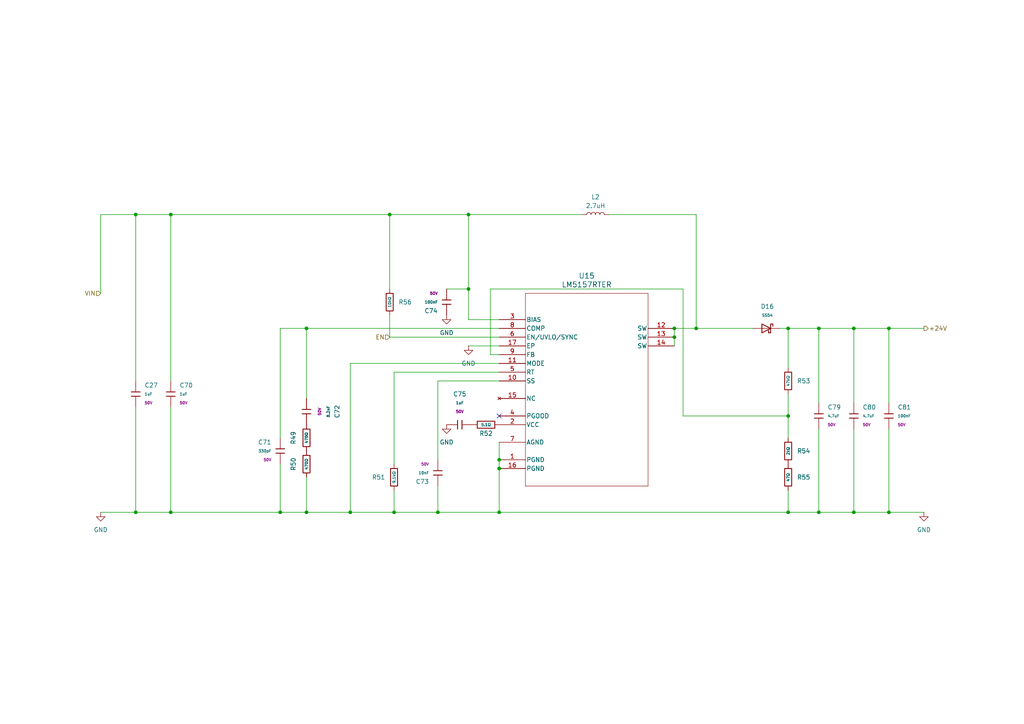
<source format=kicad_sch>
(kicad_sch (version 20250114) (generator "eeschema") (generator_version "9.0")
  (paper "A4")
  (title_block (title "24 Boost") (date "2025-09-11") (rev "1.0.0") (comment 1 "Nathan Liu"))
  (lib_symbols
    (symbol "4in-power:0402,10kΩ" (pin_numbers (hide yes)) (pin_names (offset 0))
      (property "Reference" "R" (at 1.778 0 0))
      (property "Value" "10kΩ" (at 0 0 90))
      (symbol "0402,10kΩ_0_1"
        (rectangle (start -1.016 2.54) (end 1.016 -2.54) (stroke (width 0.254)))
      )
      (symbol "0402,10kΩ_1_1"
        (pin passive line (at 0 3.81 270) (length 1.27) (name "~") (number "1"))
        (pin passive line (at 0 -3.81 90) (length 1.27) (name "~") (number "2"))
      )
    )
    (symbol "Customer:LM5157RTER" (pin_names (offset 0.254))
      (property "Reference" "U" (at 25.4 12.7 0))
      (property "Value" "LM5157RTER" (at 25.4 10.16 0))
      (symbol "LM5157RTER_0_1"
        (polyline (pts (xy 7.62 7.62) (xy 7.62 -48.26)) (stroke (width 0.127)))
        (polyline (pts (xy 7.62 -48.26) (xy 43.18 -48.26)) (stroke (width 0.127)))
        (polyline (pts (xy 43.18 7.62) (xy 7.62 7.62)) (stroke (width 0.127)))
        (polyline (pts (xy 43.18 -48.26) (xy 43.18 7.62)) (stroke (width 0.127)))
        (pin unspecified line (at 0 0 0) (length 7.62) (name "BIAS") (number "3"))
        (pin unspecified line (at 0 -2.54 0) (length 7.62) (name "COMP") (number "8"))
        (pin unspecified line (at 0 -5.08 0) (length 7.62) (name "EN/UVLO/SYNC") (number "6"))
        (pin unspecified line (at 0 -7.62 0) (length 7.62) (name "EP") (number "17"))
        (pin unspecified line (at 0 -10.16 0) (length 7.62) (name "FB") (number "9"))
        (pin unspecified line (at 0 -12.7 0) (length 7.62) (name "MODE") (number "11"))
        (pin unspecified line (at 0 -15.24 0) (length 7.62) (name "RT") (number "5"))
        (pin unspecified line (at 0 -17.78 0) (length 7.62) (name "SS") (number "10"))
        (pin no_connect line (at 0 -22.86 0) (length 7.62) (name "NC") (number "15"))
        (pin power_in line (at 0 -27.94 0) (length 7.62) (name "PGOOD") (number "4"))
        (pin power_in line (at 0 -30.48 0) (length 7.62) (name "VCC") (number "2"))
        (pin power_out line (at 0 -35.56 0) (length 7.62) (name "AGND") (number "7"))
        (pin power_out line (at 0 -40.64 0) (length 7.62) (name "PGND") (number "1"))
        (pin power_out line (at 0 -43.18 0) (length 7.62) (name "PGND") (number "16"))
        (pin unspecified line (at 50.8 -2.54 180) (length 7.62) (name "SW") (number "12"))
        (pin unspecified line (at 50.8 -5.08 180) (length 7.62) (name "SW") (number "13"))
        (pin unspecified line (at 50.8 -7.62 180) (length 7.62) (name "SW") (number "14"))
      )
    )
    (symbol "Device:L" (pin_numbers (hide yes)) (pin_names (offset 1.016) (hide yes))
      (property "Reference" "L" (at -1.27 0 90))
      (property "Value" "L" (at 1.905 0 90))
      (symbol "L_0_1"
        (arc (start 0 2.54) (mid 0.6323 1.905) (end 0 1.27))
        (arc (start 0 1.27) (mid 0.6323 0.635) (end 0 0))
        (arc (start 0 0) (mid 0.6323 -0.635) (end 0 -1.27))
        (arc (start 0 -1.27) (mid 0.6323 -1.905) (end 0 -2.54))
      )
      (symbol "L_1_1"
        (pin passive line (at 0 3.81 270) (length 1.27) (name "1") (number "1"))
        (pin passive line (at 0 -3.81 90) (length 1.27) (name "2") (number "2"))
      )
    )
    (symbol "PCM_JLCPCB-Capacitors:0402,100nF,(2)" (pin_numbers (hide yes)) (pin_names (offset 0))
      (property "Reference" "C" (at 2.032 1.668 0))
      (property "Value" "100nF" (at 2.032 -0.3782 0))
      (property "Voltage Rated" "50V" (at 2.032 -2.0462 0))
      (symbol "0402,100nF,(2)_0_1"
        (polyline (pts (xy -1.27 0.635) (xy 1.27 0.635)) (stroke (width 0.254)))
        (polyline (pts (xy -1.27 -0.635) (xy 1.27 -0.635)) (stroke (width 0.254)))
      )
      (symbol "0402,100nF,(2)_1_1"
        (pin passive line (at 0 3.81 270) (length 3.175) (name "~") (number "1"))
        (pin passive line (at 0 -3.81 90) (length 3.175) (name "~") (number "2"))
      )
    )
    (symbol "PCM_JLCPCB-Capacitors:0402,10nF" (pin_numbers (hide yes)) (pin_names (offset 0))
      (property "Reference" "C" (at 2.032 1.668 0))
      (property "Value" "10nF" (at 2.032 -0.3782 0))
      (property "Voltage Rated" "50V" (at 2.032 -2.0462 0))
      (symbol "0402,10nF_0_1"
        (polyline (pts (xy -1.27 0.635) (xy 1.27 0.635)) (stroke (width 0.254)))
        (polyline (pts (xy -1.27 -0.635) (xy 1.27 -0.635)) (stroke (width 0.254)))
      )
      (symbol "0402,10nF_1_1"
        (pin passive line (at 0 3.81 270) (length 3.175) (name "~") (number "1"))
        (pin passive line (at 0 -3.81 90) (length 3.175) (name "~") (number "2"))
      )
    )
    (symbol "PCM_JLCPCB-Capacitors:0603,1uF" (pin_numbers (hide yes)) (pin_names (offset 0))
      (property "Reference" "C" (at 2.032 1.668 0))
      (property "Value" "1uF" (at 2.032 -0.3782 0))
      (property "Voltage Rated" "50V" (at 2.032 -2.0462 0))
      (symbol "0603,1uF_0_1"
        (polyline (pts (xy -1.27 0.635) (xy 1.27 0.635)) (stroke (width 0.254)))
        (polyline (pts (xy -1.27 -0.635) (xy 1.27 -0.635)) (stroke (width 0.254)))
      )
      (symbol "0603,1uF_1_1"
        (pin passive line (at 0 3.81 270) (length 3.175) (name "~") (number "1"))
        (pin passive line (at 0 -3.81 90) (length 3.175) (name "~") (number "2"))
      )
    )
    (symbol "PCM_JLCPCB-Capacitors:0603,330pF" (pin_numbers (hide yes)) (pin_names (offset 0))
      (property "Reference" "C" (at 2.032 1.668 0))
      (property "Value" "330pF" (at 2.032 -0.3782 0))
      (property "Voltage Rated" "50V" (at 2.032 -2.0462 0))
      (symbol "0603,330pF_0_1"
        (polyline (pts (xy -1.27 0.635) (xy 1.27 0.635)) (stroke (width 0.254)))
        (polyline (pts (xy -1.27 -0.635) (xy 1.27 -0.635)) (stroke (width 0.254)))
      )
      (symbol "0603,330pF_1_1"
        (pin passive line (at 0 3.81 270) (length 3.175) (name "~") (number "1"))
        (pin passive line (at 0 -3.81 90) (length 3.175) (name "~") (number "2"))
      )
    )
    (symbol "PCM_JLCPCB-Capacitors:0603,8.2nF" (pin_numbers (hide yes)) (pin_names (offset 0))
      (property "Reference" "C" (at 2.032 1.668 0))
      (property "Value" "8.2nF" (at 2.032 -0.3782 0))
      (property "Voltage Rated" "50V" (at 2.032 -2.0462 0))
      (symbol "0603,8.2nF_0_1"
        (polyline (pts (xy -1.27 0.635) (xy 1.27 0.635)) (stroke (width 0.254)))
        (polyline (pts (xy -1.27 -0.635) (xy 1.27 -0.635)) (stroke (width 0.254)))
      )
      (symbol "0603,8.2nF_1_1"
        (pin passive line (at 0 3.81 270) (length 3.175) (name "~") (number "1"))
        (pin passive line (at 0 -3.81 90) (length 3.175) (name "~") (number "2"))
      )
    )
    (symbol "PCM_JLCPCB-Capacitors:0805,1uF" (pin_numbers (hide yes)) (pin_names (offset 0))
      (property "Reference" "C" (at 2.032 1.668 0))
      (property "Value" "1uF" (at 2.032 -0.3782 0))
      (property "Voltage Rated" "50V" (at 2.032 -2.0462 0))
      (symbol "0805,1uF_0_1"
        (polyline (pts (xy -1.27 0.635) (xy 1.27 0.635)) (stroke (width 0.254)))
        (polyline (pts (xy -1.27 -0.635) (xy 1.27 -0.635)) (stroke (width 0.254)))
      )
      (symbol "0805,1uF_1_1"
        (pin passive line (at 0 3.81 270) (length 3.175) (name "~") (number "1"))
        (pin passive line (at 0 -3.81 90) (length 3.175) (name "~") (number "2"))
      )
    )
    (symbol "PCM_JLCPCB-Capacitors:1206,4.7uF" (pin_numbers (hide yes)) (pin_names (offset 0))
      (property "Reference" "C" (at 2.032 1.668 0))
      (property "Value" "4.7uF" (at 2.032 -0.3782 0))
      (property "Voltage Rated" "50V" (at 2.032 -2.0462 0))
      (symbol "1206,4.7uF_0_1"
        (polyline (pts (xy -1.27 0.635) (xy 1.27 0.635)) (stroke (width 0.254)))
        (polyline (pts (xy -1.27 -0.635) (xy 1.27 -0.635)) (stroke (width 0.254)))
      )
      (symbol "1206,4.7uF_1_1"
        (pin passive line (at 0 3.81 270) (length 3.175) (name "~") (number "1"))
        (pin passive line (at 0 -3.81 90) (length 3.175) (name "~") (number "2"))
      )
    )
    (symbol "PCM_JLCPCB-Diodes:Schottky,SS54" (pin_numbers (hide yes)) (pin_names (offset 0))
      (property "Reference" "D" (at 2.032 0.834 0))
      (property "Value" "SS54" (at 2.032 -1.2122 0))
      (symbol "Schottky,SS54_0_1"
        (polyline (pts (xy -1.27 1.27) (xy 0 -1.27) (xy 1.27 1.27) (xy -1.27 1.27)) (stroke (width 0.254)))
        (polyline (pts (xy 0.635 -1.905) (xy 1.27 -1.905) (xy 1.27 -1.27) (xy -1.27 -1.27) (xy -1.27 -0.635) (xy -0.635 -0.635)) (stroke (width 0.254)))
      )
      (symbol "Schottky,SS54_1_1"
        (pin passive line (at 0 3.81 270) (length 3.81) (name "~") (number "2"))
        (pin passive line (at 0 -3.81 90) (length 3.81) (name "~") (number "1"))
      )
    )
    (symbol "PCM_JLCPCB-Resistors:0402,2kΩ" (pin_numbers (hide yes)) (pin_names (offset 0))
      (property "Reference" "R" (at 1.778 0 0))
      (property "Value" "2kΩ" (at 0 0 90))
      (symbol "0402,2kΩ_0_1"
        (rectangle (start -1.016 2.54) (end 1.016 -2.54) (stroke (width 0.254)))
      )
      (symbol "0402,2kΩ_1_1"
        (pin passive line (at 0 3.81 270) (length 1.27) (name "~") (number "1"))
        (pin passive line (at 0 -3.81 90) (length 1.27) (name "~") (number "2"))
      )
    )
    (symbol "PCM_JLCPCB-Resistors:0402,47kΩ" (pin_numbers (hide yes)) (pin_names (offset 0))
      (property "Reference" "R" (at 1.778 0 0))
      (property "Value" "47kΩ" (at 0 0 90))
      (symbol "0402,47kΩ_0_1"
        (rectangle (start -1.016 2.54) (end 1.016 -2.54) (stroke (width 0.254)))
      )
      (symbol "0402,47kΩ_1_1"
        (pin passive line (at 0 3.81 270) (length 1.27) (name "~") (number "1"))
        (pin passive line (at 0 -3.81 90) (length 1.27) (name "~") (number "2"))
      )
    )
    (symbol "PCM_JLCPCB-Resistors:0402,47Ω" (pin_numbers (hide yes)) (pin_names (offset 0))
      (property "Reference" "R" (at 1.778 0 0))
      (property "Value" "47Ω" (at 0 0 90))
      (symbol "0402,47Ω_0_1"
        (rectangle (start -1.016 2.54) (end 1.016 -2.54) (stroke (width 0.254)))
      )
      (symbol "0402,47Ω_1_1"
        (pin passive line (at 0 3.81 270) (length 1.27) (name "~") (number "1"))
        (pin passive line (at 0 -3.81 90) (length 1.27) (name "~") (number "2"))
      )
    )
    (symbol "PCM_JLCPCB-Resistors:0603,470Ω" (pin_numbers (hide yes)) (pin_names (offset 0))
      (property "Reference" "R" (at 1.778 0 0))
      (property "Value" "470Ω" (at 0 0 90))
      (symbol "0603,470Ω_0_1"
        (rectangle (start -1.016 2.54) (end 1.016 -2.54) (stroke (width 0.254)))
      )
      (symbol "0603,470Ω_1_1"
        (pin passive line (at 0 3.81 270) (length 1.27) (name "~") (number "1"))
        (pin passive line (at 0 -3.81 90) (length 1.27) (name "~") (number "2"))
      )
    )
    (symbol "PCM_JLCPCB-Resistors:0603,5.1Ω" (pin_numbers (hide yes)) (pin_names (offset 0))
      (property "Reference" "R" (at 1.778 0 0))
      (property "Value" "5.1Ω" (at 0 0 90))
      (symbol "0603,5.1Ω_0_1"
        (rectangle (start -1.016 2.54) (end 1.016 -2.54) (stroke (width 0.254)))
      )
      (symbol "0603,5.1Ω_1_1"
        (pin passive line (at 0 3.81 270) (length 1.27) (name "~") (number "1"))
        (pin passive line (at 0 -3.81 90) (length 1.27) (name "~") (number "2"))
      )
    )
    (symbol "PCM_JLCPCB-Resistors:0603,9.1kΩ" (pin_numbers (hide yes)) (pin_names (offset 0))
      (property "Reference" "R" (at 1.778 0 0))
      (property "Value" "9.1kΩ" (at 0 0 90))
      (symbol "0603,9.1kΩ_0_1"
        (rectangle (start -1.016 2.54) (end 1.016 -2.54) (stroke (width 0.254)))
      )
      (symbol "0603,9.1kΩ_1_1"
        (pin passive line (at 0 3.81 270) (length 1.27) (name "~") (number "1"))
        (pin passive line (at 0 -3.81 90) (length 1.27) (name "~") (number "2"))
      )
    )
    (symbol "power:GND" (power) (pin_numbers (hide yes)) (pin_names (offset 0) (hide yes))
      (property "Value" "GND" (at 0 -3.81 0))
      (symbol "GND_0_1"
        (polyline (pts (xy 0 0) (xy 0 -1.27) (xy 1.27 -1.27) (xy 0 -2.54) (xy -1.27 -1.27) (xy 0 -1.27)))
      )
      (symbol "GND_1_1"
        (pin power_in line (at 0 0 270) (length 0) (name "~") (number "1"))
      )
    )
  )
  (junction (at 228.6 120.65))
  (junction (at 135.89 62.23))
  (junction (at 113.03 62.23))
  (junction (at 39.37 148.59))
  (junction (at 135.89 83.82))
  (junction (at 257.81 148.59))
  (junction (at 144.78 148.59))
  (junction (at 49.53 62.23))
  (junction (at 228.6 95.25))
  (junction (at 88.9 95.25))
  (junction (at 88.9 148.59))
  (junction (at 257.81 95.25))
  (junction (at 144.78 133.35))
  (junction (at 127 148.59))
  (junction (at 144.78 135.89))
  (junction (at 101.6 148.59))
  (junction (at 49.53 148.59))
  (junction (at 39.37 62.23))
  (junction (at 228.6 148.59))
  (junction (at 247.65 95.25))
  (junction (at 247.65 148.59))
  (junction (at 195.58 95.25))
  (junction (at 81.28 148.59))
  (junction (at 114.3 148.59))
  (junction (at 201.93 95.25))
  (junction (at 237.49 148.59))
  (junction (at 195.58 97.79))
  (junction (at 237.49 95.25))
  (no_connect (at 144.78 120.65))
  (wire (pts (xy 228.6 120.65) (xy 228.6 127)))
  (wire (pts (xy 127 148.59) (xy 144.78 148.59)))
  (wire (pts (xy 247.65 95.25) (xy 247.65 116.84)))
  (wire (pts (xy 135.89 92.71) (xy 144.78 92.71)))
  (wire (pts (xy 247.65 148.59) (xy 237.49 148.59)))
  (wire (pts (xy 198.12 120.65) (xy 228.6 120.65)))
  (wire (pts (xy 198.12 83.82) (xy 198.12 120.65)))
  (wire (pts (xy 101.6 148.59) (xy 114.3 148.59)))
  (wire (pts (xy 49.53 62.23) (xy 113.03 62.23)))
  (wire (pts (xy 113.03 62.23) (xy 135.89 62.23)))
  (wire (pts (xy 39.37 62.23) (xy 49.53 62.23)))
  (wire (pts (xy 114.3 107.95) (xy 114.3 134.62)))
  (wire (pts (xy 237.49 95.25) (xy 247.65 95.25)))
  (wire (pts (xy 135.89 62.23) (xy 168.91 62.23)))
  (wire (pts (xy 88.9 115.57) (xy 88.9 95.25)))
  (wire (pts (xy 257.81 148.59) (xy 247.65 148.59)))
  (wire (pts (xy 114.3 148.59) (xy 127 148.59)))
  (wire (pts (xy 228.6 95.25) (xy 228.6 106.68)))
  (wire (pts (xy 81.28 134.62) (xy 81.28 148.59)))
  (wire (pts (xy 201.93 95.25) (xy 218.44 95.25)))
  (wire (pts (xy 49.53 148.59) (xy 81.28 148.59)))
  (wire (pts (xy 81.28 148.59) (xy 88.9 148.59)))
  (wire (pts (xy 142.24 102.87) (xy 142.24 83.82)))
  (wire (pts (xy 228.6 114.3) (xy 228.6 120.65)))
  (wire (pts (xy 135.89 100.33) (xy 144.78 100.33)))
  (wire (pts (xy 49.53 62.23) (xy 49.53 110.49)))
  (wire (pts (xy 29.21 148.59) (xy 39.37 148.59)))
  (wire (pts (xy 88.9 148.59) (xy 101.6 148.59)))
  (wire (pts (xy 129.54 83.82) (xy 135.89 83.82)))
  (wire (pts (xy 127 133.35) (xy 127 110.49)))
  (wire (pts (xy 257.81 95.25) (xy 267.97 95.25)))
  (wire (pts (xy 113.03 62.23) (xy 113.03 83.82)))
  (wire (pts (xy 228.6 95.25) (xy 237.49 95.25)))
  (wire (pts (xy 195.58 95.25) (xy 201.93 95.25)))
  (wire (pts (xy 39.37 118.11) (xy 39.37 148.59)))
  (wire (pts (xy 195.58 95.25) (xy 195.58 97.79)))
  (wire (pts (xy 237.49 124.46) (xy 237.49 148.59)))
  (wire (pts (xy 201.93 62.23) (xy 201.93 95.25)))
  (wire (pts (xy 88.9 138.43) (xy 88.9 148.59)))
  (wire (pts (xy 144.78 133.35) (xy 144.78 135.89)))
  (wire (pts (xy 144.78 148.59) (xy 144.78 135.89)))
  (wire (pts (xy 39.37 62.23) (xy 39.37 110.49)))
  (wire (pts (xy 113.03 97.79) (xy 113.03 91.44)))
  (wire (pts (xy 195.58 97.79) (xy 195.58 100.33)))
  (wire (pts (xy 228.6 148.59) (xy 144.78 148.59)))
  (wire (pts (xy 257.81 148.59) (xy 267.97 148.59)))
  (wire (pts (xy 257.81 95.25) (xy 257.81 116.84)))
  (wire (pts (xy 127 140.97) (xy 127 148.59)))
  (wire (pts (xy 29.21 85.09) (xy 29.21 62.23)))
  (wire (pts (xy 237.49 148.59) (xy 228.6 148.59)))
  (wire (pts (xy 257.81 124.46) (xy 257.81 148.59)))
  (wire (pts (xy 176.53 62.23) (xy 201.93 62.23)))
  (wire (pts (xy 135.89 83.82) (xy 135.89 92.71)))
  (wire (pts (xy 226.06 95.25) (xy 228.6 95.25)))
  (wire (pts (xy 127 110.49) (xy 144.78 110.49)))
  (wire (pts (xy 88.9 95.25) (xy 144.78 95.25)))
  (wire (pts (xy 144.78 107.95) (xy 114.3 107.95)))
  (wire (pts (xy 101.6 105.41) (xy 101.6 148.59)))
  (wire (pts (xy 144.78 102.87) (xy 142.24 102.87)))
  (wire (pts (xy 81.28 127) (xy 81.28 95.25)))
  (wire (pts (xy 113.03 97.79) (xy 144.78 97.79)))
  (wire (pts (xy 247.65 95.25) (xy 257.81 95.25)))
  (wire (pts (xy 247.65 124.46) (xy 247.65 148.59)))
  (wire (pts (xy 39.37 148.59) (xy 49.53 148.59)))
  (wire (pts (xy 228.6 142.24) (xy 228.6 148.59)))
  (wire (pts (xy 144.78 105.41) (xy 101.6 105.41)))
  (wire (pts (xy 114.3 142.24) (xy 114.3 148.59)))
  (wire (pts (xy 237.49 95.25) (xy 237.49 116.84)))
  (wire (pts (xy 49.53 118.11) (xy 49.53 148.59)))
  (wire (pts (xy 81.28 95.25) (xy 88.9 95.25)))
  (wire (pts (xy 144.78 128.27) (xy 144.78 133.35)))
  (wire (pts (xy 142.24 83.82) (xy 198.12 83.82)))
  (wire (pts (xy 29.21 62.23) (xy 39.37 62.23)))
  (wire (pts (xy 135.89 62.23) (xy 135.89 83.82)))
  (hierarchical_label "+24V" (shape output) (at 267.97 95.25 0))
  (hierarchical_label "EN" (shape input) (at 113.03 97.79 180))
  (hierarchical_label "VIN" (shape input) (at 29.21 85.09 180))
  (symbol (lib_id "PCM_JLCPCB-Resistors:0603,9.1kΩ") (at 114.3 138.43 0) (unit 1)
    (property "Reference" "R51" (at 111.76 138.4299 0) (effects (justify right)))
    (property "Value" "9.1kΩ" (at 114.3 138.43 90) (effects (font (size 0.8 0.8))))
    (property "Footprint" "PCM_JLCPCB:R_0603" (effects (hide yes)))
    (property "Datasheet" "https://www.lcsc.com/datasheet/lcsc_datasheet_2206010100_UNI-ROYAL-Uniroyal-Elec-0603WAF9101T5E_C23260.pdf" (effects (hide yes)))
    (property "Description" "100mW Thick Film Resistors 75V ±100ppm/°C ±1% 9.1kΩ 0603 Chip Resistor - Surface Mount ROHS" (effects (hide yes)))
    (property "LCSC" "C23260" (effects (hide yes)))
    (property "Stock" "391306" (effects (hide yes)))
    (property "Price" "0.004USD" (effects (hide yes)))
    (property "Process" "SMT" (effects (hide yes)))
    (property "Minimum Qty" "20" (effects (hide yes)))
    (property "Attrition Qty" "10" (effects (hide yes)))
    (property "Class" "Basic Component" (effects (hide yes)))
    (property "Category" "Resistors,Chip Resistor - Surface Mount" (effects (hide yes)))
    (property "Manufacturer" "UNI-ROYAL(Uniroyal Elec)" (effects (hide yes)))
    (property "Part" "0603WAF9101T5E" (effects (hide yes)))
    (property "Resistance" "9.1kΩ" (effects (hide yes)))
    (property "Power(Watts)" "100mW" (effects (hide yes)))
    (property "Type" "Thick Film Resistors" (effects (hide yes)))
    (property "Overload Voltage (Max)" "75V" (effects (hide yes)))
    (property "Operating Temperature Range" "-55°C~+155°C" (effects (hide yes)))
    (property "Tolerance" "±1%" (effects (hide yes)))
    (property "Temperature Coefficient" "±100ppm/°C" (effects (hide yes)))
  )
  (symbol (lib_id "power:GND") (at 129.54 91.44 0) (unit 1)
    (property "Reference" "#PWR095" (effects (hide yes)))
    (property "Value" "GND" (at 129.54 96.52 0))
    (property "Description" "Power symbol creates a global label with name \"GND\" , ground" (effects (hide yes)))
  )
  (symbol (lib_id "PCM_JLCPCB-Capacitors:0603,8.2nF") (at 88.9 119.38 0) (unit 1)
    (property "Reference" "C72" (at 97.79 119.38 90))
    (property "Value" "8.2nF" (at 95.25 119.38 90) (effects (font (size 0.8 0.8))))
    (property "Footprint" "PCM_JLCPCB:C_0603" (effects (hide yes)))
    (property "Datasheet" "https://wmsc.lcsc.com/wmsc/upload/file/pdf/v2/lcsc/2304140030_FH--Guangdong-Fenghua-Advanced-Tech-0603B822K500NT_C1322360.pdf" (effects (hide yes)))
    (property "Description" "50V 8.2nF X7R ±10% 0603 Multilayer Ceramic Capacitors MLCC - SMD/SMT ROHS" (effects (hide yes)))
    (property "LCSC" "C1322360" (effects (hide yes)))
    (property "Stock" "27606" (effects (hide yes)))
    (property "Price" "0.006USD" (effects (hide yes)))
    (property "Process" "SMT" (effects (hide yes)))
    (property "Minimum Qty" "20" (effects (hide yes)))
    (property "Attrition Qty" "12" (effects (hide yes)))
    (property "Class" "Basic Component" (effects (hide yes)))
    (property "Category" "Capacitors,Multilayer Ceramic Capacitors MLCC - SMD/SMT" (effects (hide yes)))
    (property "Manufacturer" "FH(Guangdong Fenghua Advanced Tech)" (effects (hide yes)))
    (property "Part" "0603B822K500NT" (effects (hide yes)))
    (property "Voltage Rated" "50V" (at 92.71 119.38 90) (effects (font (size 0.8 0.8))))
    (property "Tolerance" "±10%" (effects (hide yes)))
    (property "Capacitance" "8.2nF" (effects (hide yes)))
    (property "Temperature Coefficient" "X7R" (effects (hide yes)))
  )
  (symbol (lib_id "PCM_JLCPCB-Resistors:0402,2kΩ") (at 228.6 130.81 0) (unit 1)
    (property "Reference" "R54" (at 231.14 130.8099 0) (effects (justify left)))
    (property "Value" "2kΩ" (at 228.6 130.81 90) (effects (font (size 0.8 0.8))))
    (property "Footprint" "PCM_JLCPCB:R_0402" (effects (hide yes)))
    (property "Datasheet" "https://www.lcsc.com/datasheet/lcsc_datasheet_2206010230_UNI-ROYAL-Uniroyal-Elec-0402WGF2001TCE_C4109.pdf" (effects (hide yes)))
    (property "Description" "62.5mW Thick Film Resistors 50V ±100ppm/°C ±1% 2kΩ 0402 Chip Resistor - Surface Mount ROHS" (effects (hide yes)))
    (property "LCSC" "C4109" (effects (hide yes)))
    (property "Stock" "1980337" (effects (hide yes)))
    (property "Price" "0.004USD" (effects (hide yes)))
    (property "Process" "SMT" (effects (hide yes)))
    (property "Minimum Qty" "20" (effects (hide yes)))
    (property "Attrition Qty" "10" (effects (hide yes)))
    (property "Class" "Basic Component" (effects (hide yes)))
    (property "Category" "Resistors,Chip Resistor - Surface Mount" (effects (hide yes)))
    (property "Manufacturer" "UNI-ROYAL(Uniroyal Elec)" (effects (hide yes)))
    (property "Part" "0402WGF2001TCE" (effects (hide yes)))
    (property "Resistance" "2kΩ" (effects (hide yes)))
    (property "Power(Watts)" "62.5mW" (effects (hide yes)))
    (property "Type" "Thick Film Resistors" (effects (hide yes)))
    (property "Overload Voltage (Max)" "50V" (effects (hide yes)))
    (property "Operating Temperature Range" "-55°C~+155°C" (effects (hide yes)))
    (property "Tolerance" "±1%" (effects (hide yes)))
    (property "Temperature Coefficient" "±100ppm/°C" (effects (hide yes)))
  )
  (symbol (lib_id "PCM_JLCPCB-Capacitors:1206,4.7uF") (at 247.65 120.65 0) (unit 1)
    (property "Reference" "C80" (at 250.19 118.1099 0) (effects (justify left)))
    (property "Value" "4.7uF" (at 250.19 120.65 0) (effects (font (size 0.8 0.8)) (justify left)))
    (property "Footprint" "PCM_JLCPCB:C_1206" (effects (hide yes)))
    (property "Datasheet" "https://www.lcsc.com/datasheet/lcsc_datasheet_2304140030_FH--Guangdong-Fenghua-Advanced-Tech-1206B475K500NT_C29823.pdf" (effects (hide yes)))
    (property "Description" "50V 4.7uF X7R ±10% 1206 Multilayer Ceramic Capacitors MLCC - SMD/SMT ROHS" (effects (hide yes)))
    (property "LCSC" "C29823" (effects (hide yes)))
    (property "Stock" "727299" (effects (hide yes)))
    (property "Price" "0.035USD" (effects (hide yes)))
    (property "Process" "SMT" (effects (hide yes)))
    (property "Minimum Qty" "5" (effects (hide yes)))
    (property "Attrition Qty" "8" (effects (hide yes)))
    (property "Class" "Basic Component" (effects (hide yes)))
    (property "Category" "Capacitors,Multilayer Ceramic Capacitors MLCC - SMD/SMT" (effects (hide yes)))
    (property "Manufacturer" "FH(Guangdong Fenghua Advanced Tech)" (effects (hide yes)))
    (property "Part" "1206B475K500NT" (effects (hide yes)))
    (property "Voltage Rated" "50V" (at 250.19 123.19 0) (effects (font (size 0.8 0.8)) (justify left)))
    (property "Tolerance" "±10%" (effects (hide yes)))
    (property "Capacitance" "4.7uF" (effects (hide yes)))
    (property "Temperature Coefficient" "X7R" (effects (hide yes)))
  )
  (symbol (lib_id "PCM_JLCPCB-Diodes:Schottky,SS54") (at 222.25 95.25 90) (unit 1)
    (property "Reference" "D16" (at 222.5675 88.9 90))
    (property "Value" "SS54" (at 222.5675 91.44 90) (effects (font (size 0.8 0.8))))
    (property "Footprint" "PCM_JLCPCB:D_SMA" (effects (hide yes)))
    (property "Datasheet" "https://www.lcsc.com/datasheet/lcsc_datasheet_2407101107_MDD-Microdiode-Semiconductor-SS54_C22452.pdf" (effects (hide yes)))
    (property "Description" "40V Independent Type 550mV@5A 5A SMA(DO-214AC) Schottky Diodes ROHS" (effects (hide yes)))
    (property "LCSC" "C22452" (effects (hide yes)))
    (property "Stock" "710485" (effects (hide yes)))
    (property "Price" "0.044USD" (effects (hide yes)))
    (property "Process" "SMT" (effects (hide yes)))
    (property "Minimum Qty" "5" (effects (hide yes)))
    (property "Attrition Qty" "4" (effects (hide yes)))
    (property "Class" "Basic Component" (effects (hide yes)))
    (property "Category" "Diodes,Schottky Barrier Diodes (SBD)" (effects (hide yes)))
    (property "Manufacturer" "MDD（Microdiode Electronics）" (effects (hide yes)))
    (property "Part" "SS54" (effects (hide yes)))
    (property "Rectified Current" "5A" (effects (hide yes)))
    (property "Forward Voltage (Vf@If)" "550mV@5A" (effects (hide yes)))
    (property "Reverse Voltage (Vr)" "40V" (effects (hide yes)))
    (property "Diode Configuration" "Independent Type" (effects (hide yes)))
    (property "Reverse Leakage Current (Ir)" "1mA@40V" (effects (hide yes)))
  )
  (symbol (lib_id "power:GND") (at 29.21 148.59 0) (unit 1)
    (property "Reference" "#PWR024" (effects (hide yes)))
    (property "Value" "GND" (at 29.21 153.67 0))
    (property "Description" "Power symbol creates a global label with name \"GND\" , ground" (effects (hide yes)))
  )
  (symbol (lib_id "PCM_JLCPCB-Resistors:0402,47kΩ") (at 228.6 110.49 0) (unit 1)
    (property "Reference" "R53" (at 231.14 110.4899 0) (effects (justify left)))
    (property "Value" "47kΩ" (at 228.6 110.49 90) (effects (font (size 0.8 0.8))))
    (property "Footprint" "PCM_JLCPCB:R_0402" (effects (hide yes)))
    (property "Datasheet" "https://www.lcsc.com/datasheet/lcsc_datasheet_2206010100_UNI-ROYAL-Uniroyal-Elec-0402WGF4702TCE_C25792.pdf" (effects (hide yes)))
    (property "Description" "62.5mW Thick Film Resistors 50V ±100ppm/°C ±1% 47kΩ 0402 Chip Resistor - Surface Mount ROHS" (effects (hide yes)))
    (property "LCSC" "C25792" (effects (hide yes)))
    (property "Stock" "1792808" (effects (hide yes)))
    (property "Price" "0.004USD" (effects (hide yes)))
    (property "Process" "SMT" (effects (hide yes)))
    (property "Minimum Qty" "20" (effects (hide yes)))
    (property "Attrition Qty" "10" (effects (hide yes)))
    (property "Class" "Basic Component" (effects (hide yes)))
    (property "Category" "Resistors,Chip Resistor - Surface Mount" (effects (hide yes)))
    (property "Manufacturer" "UNI-ROYAL(Uniroyal Elec)" (effects (hide yes)))
    (property "Part" "0402WGF4702TCE" (effects (hide yes)))
    (property "Resistance" "47kΩ" (effects (hide yes)))
    (property "Power(Watts)" "62.5mW" (effects (hide yes)))
    (property "Type" "Thick Film Resistors" (effects (hide yes)))
    (property "Overload Voltage (Max)" "50V" (effects (hide yes)))
    (property "Operating Temperature Range" "-55°C~+155°C" (effects (hide yes)))
    (property "Tolerance" "±1%" (effects (hide yes)))
    (property "Temperature Coefficient" "±100ppm/°C" (effects (hide yes)))
  )
  (symbol (lib_id "PCM_JLCPCB-Capacitors:0603,1uF") (at 133.35 123.19 270) (mirror x) (unit 1)
    (property "Reference" "C75" (at 133.35 114.3 90))
    (property "Value" "1uF" (at 133.35 116.84 90) (effects (font (size 0.8 0.8))))
    (property "Footprint" "PCM_JLCPCB:C_0603" (effects (hide yes)))
    (property "Datasheet" "https://www.lcsc.com/datasheet/lcsc_datasheet_2304140030_Samsung-Electro-Mechanics-CL10A105KB8NNNC_C15849.pdf" (effects (hide yes)))
    (property "Description" "50V 1uF X5R ±10% 0603 Multilayer Ceramic Capacitors MLCC - SMD/SMT ROHS" (effects (hide yes)))
    (property "LCSC" "C15849" (effects (hide yes)))
    (property "Stock" "11535980" (effects (hide yes)))
    (property "Price" "0.008USD" (effects (hide yes)))
    (property "Process" "SMT" (effects (hide yes)))
    (property "Minimum Qty" "20" (effects (hide yes)))
    (property "Attrition Qty" "10" (effects (hide yes)))
    (property "Class" "Basic Component" (effects (hide yes)))
    (property "Category" "Capacitors,Multilayer Ceramic Capacitors MLCC - SMD/SMT" (effects (hide yes)))
    (property "Manufacturer" "Samsung Electro-Mechanics" (effects (hide yes)))
    (property "Part" "CL10A105KB8NNNC" (effects (hide yes)))
    (property "Voltage Rated" "50V" (at 133.35 119.38 90) (effects (font (size 0.8 0.8))))
    (property "Tolerance" "±10%" (effects (hide yes)))
    (property "Capacitance" "1uF" (effects (hide yes)))
    (property "Temperature Coefficient" "X5R" (effects (hide yes)))
  )
  (symbol (lib_id "PCM_JLCPCB-Capacitors:0402,100nF,(2)") (at 257.81 120.65 0) (unit 1)
    (property "Reference" "C81" (at 260.35 118.1099 0) (effects (justify left)))
    (property "Value" "100nF" (at 260.35 120.65 0) (effects (font (size 0.8 0.8)) (justify left)))
    (property "Footprint" "PCM_JLCPCB:C_0402" (effects (hide yes)))
    (property "Datasheet" "https://www.lcsc.com/datasheet/lcsc_datasheet_2304140030_Samsung-Electro-Mechanics-CL05B104KB54PNC_C307331.pdf" (effects (hide yes)))
    (property "Description" "50V 100nF X7R ±10% 0402 Multilayer Ceramic Capacitors MLCC - SMD/SMT ROHS" (effects (hide yes)))
    (property "LCSC" "C307331" (effects (hide yes)))
    (property "Stock" "8389599" (effects (hide yes)))
    (property "Price" "0.008USD" (effects (hide yes)))
    (property "Process" "SMT" (effects (hide yes)))
    (property "Minimum Qty" "20" (effects (hide yes)))
    (property "Attrition Qty" "10" (effects (hide yes)))
    (property "Class" "Basic Component" (effects (hide yes)))
    (property "Category" "Capacitors,Multilayer Ceramic Capacitors MLCC - SMD/SMT" (effects (hide yes)))
    (property "Manufacturer" "Samsung Electro-Mechanics" (effects (hide yes)))
    (property "Part" "CL05B104KB54PNC" (effects (hide yes)))
    (property "Voltage Rated" "50V" (at 260.35 123.19 0) (effects (font (size 0.8 0.8)) (justify left)))
    (property "Tolerance" "±10%" (effects (hide yes)))
    (property "Capacitance" "100nF" (effects (hide yes)))
    (property "Temperature Coefficient" "X7R" (effects (hide yes)))
  )
  (symbol (lib_id "PCM_JLCPCB-Resistors:0603,470Ω") (at 88.9 134.62 180) (unit 1)
    (property "Reference" "R50" (at 85.09 134.62 90))
    (property "Value" "470Ω" (at 88.9 134.62 90) (effects (font (size 0.8 0.8))))
    (property "Footprint" "PCM_JLCPCB:R_0603" (effects (hide yes)))
    (property "Datasheet" "https://www.lcsc.com/datasheet/lcsc_datasheet_2206010116_UNI-ROYAL-Uniroyal-Elec-0603WAF4700T5E_C23179.pdf" (effects (hide yes)))
    (property "Description" "100mW Thick Film Resistors 75V ±100ppm/°C ±1% 470Ω 0603 Chip Resistor - Surface Mount ROHS" (effects (hide yes)))
    (property "LCSC" "C23179" (effects (hide yes)))
    (property "Stock" "3910258" (effects (hide yes)))
    (property "Price" "0.004USD" (effects (hide yes)))
    (property "Process" "SMT" (effects (hide yes)))
    (property "Minimum Qty" "20" (effects (hide yes)))
    (property "Attrition Qty" "10" (effects (hide yes)))
    (property "Class" "Basic Component" (effects (hide yes)))
    (property "Category" "Resistors,Chip Resistor - Surface Mount" (effects (hide yes)))
    (property "Manufacturer" "UNI-ROYAL(Uniroyal Elec)" (effects (hide yes)))
    (property "Part" "0603WAF4700T5E" (effects (hide yes)))
    (property "Resistance" "470Ω" (effects (hide yes)))
    (property "Power(Watts)" "100mW" (effects (hide yes)))
    (property "Type" "Thick Film Resistors" (effects (hide yes)))
    (property "Overload Voltage (Max)" "75V" (effects (hide yes)))
    (property "Operating Temperature Range" "-55°C~+155°C" (effects (hide yes)))
    (property "Tolerance" "±1%" (effects (hide yes)))
    (property "Temperature Coefficient" "±100ppm/°C" (effects (hide yes)))
  )
  (symbol (lib_id "PCM_JLCPCB-Capacitors:0805,1uF") (at 49.53 114.3 0) (unit 1)
    (property "Reference" "C70" (at 52.07 111.7599 0) (effects (justify left)))
    (property "Value" "1uF" (at 52.07 114.3 0) (effects (font (size 0.8 0.8)) (justify left)))
    (property "Footprint" "PCM_JLCPCB:C_0805" (effects (hide yes)))
    (property "Datasheet" "https://www.lcsc.com/datasheet/lcsc_datasheet_2304140030_Samsung-Electro-Mechanics-CL21B105KBFNNNE_C28323.pdf" (effects (hide yes)))
    (property "Description" "50V 1uF X7R ±10% 0805 Multilayer Ceramic Capacitors MLCC - SMD/SMT ROHS" (effects (hide yes)))
    (property "LCSC" "C28323" (effects (hide yes)))
    (property "Stock" "4334256" (effects (hide yes)))
    (property "Price" "0.012USD" (effects (hide yes)))
    (property "Process" "SMT" (effects (hide yes)))
    (property "Minimum Qty" "20" (effects (hide yes)))
    (property "Attrition Qty" "10" (effects (hide yes)))
    (property "Class" "Basic Component" (effects (hide yes)))
    (property "Category" "Capacitors,Multilayer Ceramic Capacitors MLCC - SMD/SMT" (effects (hide yes)))
    (property "Manufacturer" "Samsung Electro-Mechanics" (effects (hide yes)))
    (property "Part" "CL21B105KBFNNNE" (effects (hide yes)))
    (property "Voltage Rated" "50V" (at 52.07 116.84 0) (effects (font (size 0.8 0.8)) (justify left)))
    (property "Tolerance" "±10%" (effects (hide yes)))
    (property "Capacitance" "1uF" (effects (hide yes)))
    (property "Temperature Coefficient" "X7R" (effects (hide yes)))
  )
  (symbol (lib_id "PCM_JLCPCB-Capacitors:0805,1uF") (at 39.37 114.3 0) (unit 1)
    (property "Reference" "C27" (at 41.91 111.7599 0) (effects (justify left)))
    (property "Value" "1uF" (at 41.91 114.3 0) (effects (font (size 0.8 0.8)) (justify left)))
    (property "Footprint" "PCM_JLCPCB:C_0805" (effects (hide yes)))
    (property "Datasheet" "https://www.lcsc.com/datasheet/lcsc_datasheet_2304140030_Samsung-Electro-Mechanics-CL21B105KBFNNNE_C28323.pdf" (effects (hide yes)))
    (property "Description" "50V 1uF X7R ±10% 0805 Multilayer Ceramic Capacitors MLCC - SMD/SMT ROHS" (effects (hide yes)))
    (property "LCSC" "C28323" (effects (hide yes)))
    (property "Stock" "4334256" (effects (hide yes)))
    (property "Price" "0.012USD" (effects (hide yes)))
    (property "Process" "SMT" (effects (hide yes)))
    (property "Minimum Qty" "20" (effects (hide yes)))
    (property "Attrition Qty" "10" (effects (hide yes)))
    (property "Class" "Basic Component" (effects (hide yes)))
    (property "Category" "Capacitors,Multilayer Ceramic Capacitors MLCC - SMD/SMT" (effects (hide yes)))
    (property "Manufacturer" "Samsung Electro-Mechanics" (effects (hide yes)))
    (property "Part" "CL21B105KBFNNNE" (effects (hide yes)))
    (property "Voltage Rated" "50V" (at 41.91 116.84 0) (effects (font (size 0.8 0.8)) (justify left)))
    (property "Tolerance" "±10%" (effects (hide yes)))
    (property "Capacitance" "1uF" (effects (hide yes)))
    (property "Temperature Coefficient" "X7R" (effects (hide yes)))
  )
  (symbol (lib_id "Customer:LM5157RTER") (at 144.78 92.71 0) (unit 1)
    (property "Reference" "U15" (at 170.18 80.01 0) (effects (font (size 1.524 1.524))))
    (property "Value" "LM5157RTER" (at 170.18 82.55 0) (effects (font (size 1.524 1.524))))
    (property "Footprint" "4in-power:WQFN-16_L3.0-W3.0-P0.50-TL-EP1.7" (effects (hide yes)))
    (property "Datasheet" "https://www.ti.com/lit/gpn/lm5157" (effects (hide yes)))
    (property "LCSC" "C5219222" (effects (hide yes)))
  )
  (symbol (lib_id "PCM_JLCPCB-Capacitors:1206,4.7uF") (at 237.49 120.65 0) (unit 1)
    (property "Reference" "C79" (at 240.03 118.1099 0) (effects (justify left)))
    (property "Value" "4.7uF" (at 240.03 120.65 0) (effects (font (size 0.8 0.8)) (justify left)))
    (property "Footprint" "PCM_JLCPCB:C_1206" (effects (hide yes)))
    (property "Datasheet" "https://www.lcsc.com/datasheet/lcsc_datasheet_2304140030_FH--Guangdong-Fenghua-Advanced-Tech-1206B475K500NT_C29823.pdf" (effects (hide yes)))
    (property "Description" "50V 4.7uF X7R ±10% 1206 Multilayer Ceramic Capacitors MLCC - SMD/SMT ROHS" (effects (hide yes)))
    (property "LCSC" "C29823" (effects (hide yes)))
    (property "Stock" "727299" (effects (hide yes)))
    (property "Price" "0.035USD" (effects (hide yes)))
    (property "Process" "SMT" (effects (hide yes)))
    (property "Minimum Qty" "5" (effects (hide yes)))
    (property "Attrition Qty" "8" (effects (hide yes)))
    (property "Class" "Basic Component" (effects (hide yes)))
    (property "Category" "Capacitors,Multilayer Ceramic Capacitors MLCC - SMD/SMT" (effects (hide yes)))
    (property "Manufacturer" "FH(Guangdong Fenghua Advanced Tech)" (effects (hide yes)))
    (property "Part" "1206B475K500NT" (effects (hide yes)))
    (property "Voltage Rated" "50V" (at 240.03 123.19 0) (effects (font (size 0.8 0.8)) (justify left)))
    (property "Tolerance" "±10%" (effects (hide yes)))
    (property "Capacitance" "4.7uF" (effects (hide yes)))
    (property "Temperature Coefficient" "X7R" (effects (hide yes)))
  )
  (symbol (lib_id "Device:L") (at 172.72 62.23 90) (unit 1)
    (property "Reference" "L2" (at 172.72 57.15 90))
    (property "Value" "2.7uH" (at 172.72 59.69 90))
    (property "Footprint" "4in-power:IND-SMD_L7.5-W7.5_XAL7030" (effects (hide yes)))
    (property "Description" "Inductor" (effects (hide yes)))
    (property "LCSC" "C5366402" (effects (hide yes)))
  )
  (symbol (lib_id "PCM_JLCPCB-Resistors:0402,47Ω") (at 228.6 138.43 0) (unit 1)
    (property "Reference" "R55" (at 231.14 138.4299 0) (effects (justify left)))
    (property "Value" "47Ω" (at 228.6 138.43 90) (effects (font (size 0.8 0.8))))
    (property "Footprint" "PCM_JLCPCB:R_0402" (effects (hide yes)))
    (property "Datasheet" "https://www.lcsc.com/datasheet/lcsc_datasheet_2205311900_UNI-ROYAL-Uniroyal-Elec-0402WGF470JTCE_C25118.pdf" (effects (hide yes)))
    (property "Description" "62.5mW Thick Film Resistors 50V ±1% ±200ppm/°C 47Ω 0402 Chip Resistor - Surface Mount ROHS" (effects (hide yes)))
    (property "LCSC" "C25118" (effects (hide yes)))
    (property "Stock" "468126" (effects (hide yes)))
    (property "Price" "0.004USD" (effects (hide yes)))
    (property "Process" "SMT" (effects (hide yes)))
    (property "Minimum Qty" "20" (effects (hide yes)))
    (property "Attrition Qty" "12" (effects (hide yes)))
    (property "Class" "Preferred Component" (effects (hide yes)))
    (property "Category" "Resistors,Chip Resistor - Surface Mount" (effects (hide yes)))
    (property "Manufacturer" "UNI-ROYAL(Uniroyal Elec)" (effects (hide yes)))
    (property "Part" "0402WGF470JTCE" (effects (hide yes)))
    (property "Resistance" "47Ω" (effects (hide yes)))
    (property "Power(Watts)" "62.5mW" (effects (hide yes)))
    (property "Type" "Thick Film Resistors" (effects (hide yes)))
    (property "Overload Voltage (Max)" "50V" (effects (hide yes)))
    (property "Operating Temperature Range" "-55°C~+155°C" (effects (hide yes)))
    (property "Tolerance" "±1%" (effects (hide yes)))
    (property "Temperature Coefficient" "±200ppm/°C" (effects (hide yes)))
  )
  (symbol (lib_id "power:GND") (at 135.89 100.33 0) (unit 1)
    (property "Reference" "#PWR097" (effects (hide yes)))
    (property "Value" "GND" (at 135.89 105.41 0))
    (property "Description" "Power symbol creates a global label with name \"GND\" , ground" (effects (hide yes)))
  )
  (symbol (lib_id "power:GND") (at 129.54 123.19 0) (unit 1)
    (property "Reference" "#PWR096" (effects (hide yes)))
    (property "Value" "GND" (at 129.54 128.27 0))
    (property "Description" "Power symbol creates a global label with name \"GND\" , ground" (effects (hide yes)))
  )
  (symbol (lib_id "power:GND") (at 267.97 148.59 0) (unit 1)
    (property "Reference" "#PWR098" (effects (hide yes)))
    (property "Value" "GND" (at 267.97 153.67 0))
    (property "Description" "Power symbol creates a global label with name \"GND\" , ground" (effects (hide yes)))
  )
  (symbol (lib_id "4in-power:0402,10kΩ") (at 113.03 87.63 0) (unit 1)
    (property "Reference" "R56" (at 115.57 87.6299 0) (effects (justify left)))
    (property "Value" "10kΩ" (at 113.03 87.63 90) (effects (font (size 0.8 0.8))))
    (property "Footprint" "PCM_JLCPCB:R_0402" (effects (hide yes)))
    (property "Datasheet" "https://www.lcsc.com/datasheet/lcsc_datasheet_2411221126_UNI-ROYAL-Uniroyal-Elec-0402WGF1002TCE_C25744.pdf" (effects (hide yes)))
    (property "Description" "62.5mW Thick Film Resistors 50V ±100ppm/°C ±1% 10kΩ 0402 Chip Resistor - Surface Mount ROHS" (effects (hide yes)))
    (property "LCSC" "C25744" (effects (hide yes)))
    (property "Stock" "24372091" (effects (hide yes)))
    (property "Price" "0.004USD" (effects (hide yes)))
    (property "Process" "SMT" (effects (hide yes)))
    (property "Minimum Qty" "20" (effects (hide yes)))
    (property "Attrition Qty" "10" (effects (hide yes)))
    (property "Class" "Basic Component" (effects (hide yes)))
    (property "Category" "Resistors,Chip Resistor - Surface Mount" (effects (hide yes)))
    (property "Manufacturer" "UNI-ROYAL(Uniroyal Elec)" (effects (hide yes)))
    (property "Part" "0402WGF1002TCE" (effects (hide yes)))
    (property "Resistance" "10kΩ" (effects (hide yes)))
    (property "Power(Watts)" "62.5mW" (effects (hide yes)))
    (property "Type" "Thick Film Resistors" (effects (hide yes)))
    (property "Overload Voltage (Max)" "50V" (effects (hide yes)))
    (property "Operating Temperature Range" "-55°C~+155°C" (effects (hide yes)))
    (property "Tolerance" "±1%" (effects (hide yes)))
    (property "Temperature Coefficient" "±100ppm/°C" (effects (hide yes)))
  )
  (symbol (lib_id "PCM_JLCPCB-Capacitors:0603,330pF") (at 81.28 130.81 0) (mirror x) (unit 1)
    (property "Reference" "C71" (at 78.74 128.2699 0) (effects (justify right)))
    (property "Value" "330pF" (at 78.74 130.81 0) (effects (font (size 0.8 0.8)) (justify right)))
    (property "Footprint" "PCM_JLCPCB:C_0603" (effects (hide yes)))
    (property "Datasheet" "https://www.lcsc.com/datasheet/lcsc_datasheet_2304140030_Samsung-Electro-Mechanics-CL10C331JB8NNNC_C1664.pdf" (effects (hide yes)))
    (property "Description" "50V 330pF C0G ±5% 0603 Multilayer Ceramic Capacitors MLCC - SMD/SMT ROHS" (effects (hide yes)))
    (property "LCSC" "C1664" (effects (hide yes)))
    (property "Stock" "352516" (effects (hide yes)))
    (property "Price" "0.010USD" (effects (hide yes)))
    (property "Process" "SMT" (effects (hide yes)))
    (property "Minimum Qty" "20" (effects (hide yes)))
    (property "Attrition Qty" "10" (effects (hide yes)))
    (property "Class" "Basic Component" (effects (hide yes)))
    (property "Category" "Capacitors,Multilayer Ceramic Capacitors MLCC - SMD/SMT" (effects (hide yes)))
    (property "Manufacturer" "Samsung Electro-Mechanics" (effects (hide yes)))
    (property "Part" "CL10C331JB8NNNC" (effects (hide yes)))
    (property "Voltage Rated" "50V" (at 78.74 133.35 0) (effects (font (size 0.8 0.8)) (justify right)))
    (property "Tolerance" "±5%" (effects (hide yes)))
    (property "Capacitance" "330pF" (effects (hide yes)))
    (property "Temperature Coefficient" "C0G" (effects (hide yes)))
  )
  (symbol (lib_id "PCM_JLCPCB-Resistors:0603,470Ω") (at 88.9 127 180) (unit 1)
    (property "Reference" "R49" (at 85.09 127 90))
    (property "Value" "470Ω" (at 88.9 127 90) (effects (font (size 0.8 0.8))))
    (property "Footprint" "PCM_JLCPCB:R_0603" (effects (hide yes)))
    (property "Datasheet" "https://www.lcsc.com/datasheet/lcsc_datasheet_2206010116_UNI-ROYAL-Uniroyal-Elec-0603WAF4700T5E_C23179.pdf" (effects (hide yes)))
    (property "Description" "100mW Thick Film Resistors 75V ±100ppm/°C ±1% 470Ω 0603 Chip Resistor - Surface Mount ROHS" (effects (hide yes)))
    (property "LCSC" "C23179" (effects (hide yes)))
    (property "Stock" "3910258" (effects (hide yes)))
    (property "Price" "0.004USD" (effects (hide yes)))
    (property "Process" "SMT" (effects (hide yes)))
    (property "Minimum Qty" "20" (effects (hide yes)))
    (property "Attrition Qty" "10" (effects (hide yes)))
    (property "Class" "Basic Component" (effects (hide yes)))
    (property "Category" "Resistors,Chip Resistor - Surface Mount" (effects (hide yes)))
    (property "Manufacturer" "UNI-ROYAL(Uniroyal Elec)" (effects (hide yes)))
    (property "Part" "0603WAF4700T5E" (effects (hide yes)))
    (property "Resistance" "470Ω" (effects (hide yes)))
    (property "Power(Watts)" "100mW" (effects (hide yes)))
    (property "Type" "Thick Film Resistors" (effects (hide yes)))
    (property "Overload Voltage (Max)" "75V" (effects (hide yes)))
    (property "Operating Temperature Range" "-55°C~+155°C" (effects (hide yes)))
    (property "Tolerance" "±1%" (effects (hide yes)))
    (property "Temperature Coefficient" "±100ppm/°C" (effects (hide yes)))
  )
  (symbol (lib_id "PCM_JLCPCB-Resistors:0603,5.1Ω") (at 140.97 123.19 270) (mirror x) (unit 1)
    (property "Reference" "R52" (at 140.97 125.73 90))
    (property "Value" "5.1Ω" (at 140.97 123.19 90) (effects (font (size 0.8 0.8))))
    (property "Footprint" "PCM_JLCPCB:R_0603" (effects (hide yes)))
    (property "Datasheet" "https://www.lcsc.com/datasheet/lcsc_datasheet_2205311845_UNI-ROYAL-Uniroyal-Elec-0603WAF510KT5E_C25197.pdf" (effects (hide yes)))
    (property "Description" "100mW Thick Film Resistors 75V ±1% ±200ppm/°C 5.1Ω 0603 Chip Resistor - Surface Mount ROHS" (effects (hide yes)))
    (property "LCSC" "C25197" (effects (hide yes)))
    (property "Stock" "349072" (effects (hide yes)))
    (property "Price" "0.005USD" (effects (hide yes)))
    (property "Process" "SMT" (effects (hide yes)))
    (property "Minimum Qty" "20" (effects (hide yes)))
    (property "Attrition Qty" "10" (effects (hide yes)))
    (property "Class" "Basic Component" (effects (hide yes)))
    (property "Category" "Resistors,Chip Resistor - Surface Mount" (effects (hide yes)))
    (property "Manufacturer" "UNI-ROYAL(Uniroyal Elec)" (effects (hide yes)))
    (property "Part" "0603WAF510KT5E" (effects (hide yes)))
    (property "Resistance" "5.1Ω" (effects (hide yes)))
    (property "Power(Watts)" "100mW" (effects (hide yes)))
    (property "Type" "Thick Film Resistors" (effects (hide yes)))
    (property "Overload Voltage (Max)" "75V" (effects (hide yes)))
    (property "Operating Temperature Range" "-55°C~+155°C" (effects (hide yes)))
    (property "Tolerance" "±1%" (effects (hide yes)))
    (property "Temperature Coefficient" "±200ppm/°C" (effects (hide yes)))
  )
  (symbol (lib_id "PCM_JLCPCB-Capacitors:0402,10nF") (at 127 137.16 180) (unit 1)
    (property "Reference" "C73" (at 124.46 139.7001 0) (effects (justify left)))
    (property "Value" "10nF" (at 124.46 137.16 0) (effects (font (size 0.8 0.8)) (justify left)))
    (property "Footprint" "PCM_JLCPCB:C_0402" (effects (hide yes)))
    (property "Datasheet" "https://www.lcsc.com/datasheet/lcsc_datasheet_2304140030_Samsung-Electro-Mechanics-CL05B103KB5NNNC_C15195.pdf" (effects (hide yes)))
    (property "Description" "50V 10nF X7R ±10% 0402 Multilayer Ceramic Capacitors MLCC - SMD/SMT ROHS" (effects (hide yes)))
    (property "LCSC" "C15195" (effects (hide yes)))
    (property "Stock" "4779042" (effects (hide yes)))
    (property "Price" "0.005USD" (effects (hide yes)))
    (property "Process" "SMT" (effects (hide yes)))
    (property "Minimum Qty" "20" (effects (hide yes)))
    (property "Attrition Qty" "10" (effects (hide yes)))
    (property "Class" "Basic Component" (effects (hide yes)))
    (property "Category" "Capacitors,Multilayer Ceramic Capacitors MLCC - SMD/SMT" (effects (hide yes)))
    (property "Manufacturer" "Samsung Electro-Mechanics" (effects (hide yes)))
    (property "Part" "CL05B103KB5NNNC" (effects (hide yes)))
    (property "Voltage Rated" "50V" (at 124.46 134.62 0) (effects (font (size 0.8 0.8)) (justify left)))
    (property "Tolerance" "±10%" (effects (hide yes)))
    (property "Capacitance" "10nF" (effects (hide yes)))
    (property "Temperature Coefficient" "X7R" (effects (hide yes)))
  )
  (symbol (lib_id "PCM_JLCPCB-Capacitors:0402,100nF,(2)") (at 129.54 87.63 0) (unit 1)
    (property "Reference" "C74" (at 127 90.1701 0) (effects (justify right)))
    (property "Value" "100nF" (at 127 87.63 0) (effects (font (size 0.8 0.8)) (justify right)))
    (property "Footprint" "PCM_JLCPCB:C_0402" (effects (hide yes)))
    (property "Datasheet" "https://www.lcsc.com/datasheet/lcsc_datasheet_2304140030_Samsung-Electro-Mechanics-CL05B104KB54PNC_C307331.pdf" (effects (hide yes)))
    (property "Description" "50V 100nF X7R ±10% 0402 Multilayer Ceramic Capacitors MLCC - SMD/SMT ROHS" (effects (hide yes)))
    (property "LCSC" "C307331" (effects (hide yes)))
    (property "Stock" "8389599" (effects (hide yes)))
    (property "Price" "0.008USD" (effects (hide yes)))
    (property "Process" "SMT" (effects (hide yes)))
    (property "Minimum Qty" "20" (effects (hide yes)))
    (property "Attrition Qty" "10" (effects (hide yes)))
    (property "Class" "Basic Component" (effects (hide yes)))
    (property "Category" "Capacitors,Multilayer Ceramic Capacitors MLCC - SMD/SMT" (effects (hide yes)))
    (property "Manufacturer" "Samsung Electro-Mechanics" (effects (hide yes)))
    (property "Part" "CL05B104KB54PNC" (effects (hide yes)))
    (property "Voltage Rated" "50V" (at 127 85.09 0) (effects (font (size 0.8 0.8)) (justify right)))
    (property "Tolerance" "±10%" (effects (hide yes)))
    (property "Capacitance" "100nF" (effects (hide yes)))
    (property "Temperature Coefficient" "X7R" (effects (hide yes)))
  )
)
</source>
